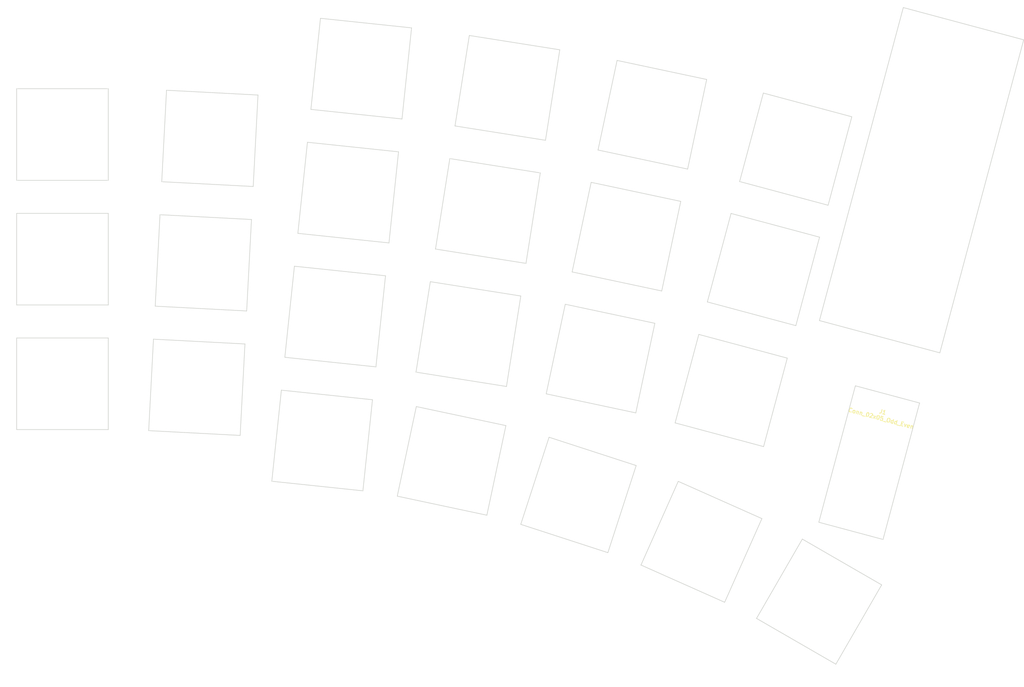
<source format=kicad_pcb>
(kicad_pcb (version 20171130) (host pcbnew 5.1.10)

  (general
    (thickness 1.6)
    (drawings 0)
    (tracks 0)
    (zones 0)
    (modules 25)
    (nets 1)
  )

  (page A4)
  (layers
    (0 F.Cu signal)
    (31 B.Cu signal)
    (32 B.Adhes user)
    (33 F.Adhes user)
    (34 B.Paste user)
    (35 F.Paste user)
    (36 B.SilkS user)
    (37 F.SilkS user)
    (38 B.Mask user)
    (39 F.Mask user)
    (40 Dwgs.User user hide)
    (41 Cmts.User user)
    (42 Eco1.User user)
    (43 Eco2.User user)
    (44 Edge.Cuts user)
    (45 Margin user)
    (46 B.CrtYd user)
    (47 F.CrtYd user)
    (48 B.Fab user)
    (49 F.Fab user)
  )

  (setup
    (last_trace_width 0.25)
    (trace_clearance 0.2)
    (zone_clearance 0.508)
    (zone_45_only no)
    (trace_min 0.2)
    (via_size 0.8)
    (via_drill 0.4)
    (via_min_size 0.4)
    (via_min_drill 0.3)
    (uvia_size 0.3)
    (uvia_drill 0.1)
    (uvias_allowed no)
    (uvia_min_size 0.2)
    (uvia_min_drill 0.1)
    (edge_width 0.05)
    (segment_width 0.2)
    (pcb_text_width 0.3)
    (pcb_text_size 1.5 1.5)
    (mod_edge_width 0.12)
    (mod_text_size 1 1)
    (mod_text_width 0.15)
    (pad_size 1.524 1.524)
    (pad_drill 0.762)
    (pad_to_mask_clearance 0)
    (aux_axis_origin 0 0)
    (visible_elements FFFFFF7F)
    (pcbplotparams
      (layerselection 0x01000_7ffffffe)
      (usegerberextensions false)
      (usegerberattributes true)
      (usegerberadvancedattributes true)
      (creategerberjobfile true)
      (excludeedgelayer true)
      (linewidth 0.100000)
      (plotframeref false)
      (viasonmask false)
      (mode 1)
      (useauxorigin false)
      (hpglpennumber 1)
      (hpglpenspeed 20)
      (hpglpendiameter 15.000000)
      (psnegative false)
      (psa4output false)
      (plotreference true)
      (plotvalue true)
      (plotinvisibletext false)
      (padsonsilk false)
      (subtractmaskfromsilk false)
      (outputformat 3)
      (mirror false)
      (drillshape 0)
      (scaleselection 1)
      (outputdirectory ""))
  )

  (net 0 "")

  (net_class Default "This is the default net class."
    (clearance 0.2)
    (trace_width 0.25)
    (via_dia 0.8)
    (via_drill 0.4)
    (uvia_dia 0.3)
    (uvia_drill 0.1)
  )

  (module footprints:hole-promicro (layer B.Cu) (tedit 60C75FAF) (tstamp 60BAC396)
    (at 138.5316 -51.1048 255)
    (path /60D4CA26)
    (fp_text reference U1 (at 0 -1.625 255) (layer B.SilkS) hide
      (effects (font (size 1.27 1.524) (thickness 0.2032)) (justify mirror))
    )
    (fp_text value ProMicro (at 0 0 255) (layer B.SilkS) hide
      (effects (font (size 1.27 1.524) (thickness 0.2032)) (justify mirror))
    )
    (fp_line (start -33.655 -9.525) (end -33.655 9.525) (layer Edge.Cuts) (width 0.1))
    (fp_line (start 15.875 -9.525) (end -33.655 -9.525) (layer Edge.Cuts) (width 0.1))
    (fp_line (start 15.875 9.525) (end 15.875 -9.525) (layer Edge.Cuts) (width 0.1))
    (fp_line (start -33.655 9.525) (end 15.875 9.525) (layer Edge.Cuts) (width 0.1))
  )

  (module rick-kicad-footprints:hole-switch (layer F.Cu) (tedit 5FB3AA25) (tstamp 60B8DE94)
    (at 125.1712 4.7244 330)
    (path /60BB6126)
    (fp_text reference switch23 (at 0 3.175 150) (layer F.SilkS) hide
      (effects (font (size 1.27 1.524) (thickness 0.2032)))
    )
    (fp_text value switch (at 0 5.08 150) (layer F.SilkS) hide
      (effects (font (size 1.27 1.524) (thickness 0.2032)))
    )
    (fp_line (start -9.5 -9.5) (end 9.5 -9.5) (layer Dwgs.User) (width 0.1))
    (fp_line (start 9.5 -9.5) (end 9.5 9.5) (layer Dwgs.User) (width 0.1))
    (fp_line (start 9.5 9.5) (end -9.5 9.5) (layer Dwgs.User) (width 0.1))
    (fp_line (start -9.5 9.5) (end -9.5 -9.5) (layer Dwgs.User) (width 0.1))
    (fp_line (start -7 -7) (end 7 -7) (layer Edge.Cuts) (width 0.1))
    (fp_line (start 7 -7) (end 7 7) (layer Edge.Cuts) (width 0.1))
    (fp_line (start 7 7) (end -7 7) (layer Edge.Cuts) (width 0.1))
    (fp_line (start -7 7) (end -7 -7) (layer Edge.Cuts) (width 0.1))
    (fp_text user 1.00u (at -5.715 8.255 150) (layer Dwgs.User)
      (effects (font (size 1.524 1.524) (thickness 0.3048)))
    )
  )

  (module rick-kicad-footprints:hole-switch (layer F.Cu) (tedit 5FB3AA25) (tstamp 60B8DE83)
    (at 107.188 -4.4196 336)
    (path /60BB60CB)
    (fp_text reference switch22 (at 0 3.175 156) (layer F.SilkS) hide
      (effects (font (size 1.27 1.524) (thickness 0.2032)))
    )
    (fp_text value switch (at 0 5.08 156) (layer F.SilkS) hide
      (effects (font (size 1.27 1.524) (thickness 0.2032)))
    )
    (fp_line (start -9.5 -9.5) (end 9.5 -9.5) (layer Dwgs.User) (width 0.1))
    (fp_line (start 9.5 -9.5) (end 9.5 9.5) (layer Dwgs.User) (width 0.1))
    (fp_line (start 9.5 9.5) (end -9.5 9.5) (layer Dwgs.User) (width 0.1))
    (fp_line (start -9.5 9.5) (end -9.5 -9.5) (layer Dwgs.User) (width 0.1))
    (fp_line (start -7 -7) (end 7 -7) (layer Edge.Cuts) (width 0.1))
    (fp_line (start 7 -7) (end 7 7) (layer Edge.Cuts) (width 0.1))
    (fp_line (start 7 7) (end -7 7) (layer Edge.Cuts) (width 0.1))
    (fp_line (start -7 7) (end -7 -7) (layer Edge.Cuts) (width 0.1))
    (fp_text user 1.00u (at -5.715 8.255 156) (layer Dwgs.User)
      (effects (font (size 1.524 1.524) (thickness 0.3048)))
    )
  )

  (module rick-kicad-footprints:hole-switch (layer F.Cu) (tedit 5FB3AA25) (tstamp 60B8DE72)
    (at 88.392 -11.5824 342)
    (path /60BA2950)
    (fp_text reference switch21 (at 0 3.175 162) (layer F.SilkS) hide
      (effects (font (size 1.27 1.524) (thickness 0.2032)))
    )
    (fp_text value switch (at 0 5.08 162) (layer F.SilkS) hide
      (effects (font (size 1.27 1.524) (thickness 0.2032)))
    )
    (fp_line (start -9.5 -9.5) (end 9.5 -9.5) (layer Dwgs.User) (width 0.1))
    (fp_line (start 9.5 -9.5) (end 9.5 9.5) (layer Dwgs.User) (width 0.1))
    (fp_line (start 9.5 9.5) (end -9.5 9.5) (layer Dwgs.User) (width 0.1))
    (fp_line (start -9.5 9.5) (end -9.5 -9.5) (layer Dwgs.User) (width 0.1))
    (fp_line (start -7 -7) (end 7 -7) (layer Edge.Cuts) (width 0.1))
    (fp_line (start 7 -7) (end 7 7) (layer Edge.Cuts) (width 0.1))
    (fp_line (start 7 7) (end -7 7) (layer Edge.Cuts) (width 0.1))
    (fp_line (start -7 7) (end -7 -7) (layer Edge.Cuts) (width 0.1))
    (fp_text user 1.00u (at -5.715 8.255 162) (layer Dwgs.User)
      (effects (font (size 1.524 1.524) (thickness 0.3048)))
    )
  )

  (module rick-kicad-footprints:hole-switch (layer F.Cu) (tedit 5FB3AA25) (tstamp 60B8DE61)
    (at 68.9991 -16.7894 348)
    (path /60BA28F5)
    (fp_text reference switch20 (at 0 3.175 168) (layer F.SilkS) hide
      (effects (font (size 1.27 1.524) (thickness 0.2032)))
    )
    (fp_text value switch (at 0 5.08 168) (layer F.SilkS) hide
      (effects (font (size 1.27 1.524) (thickness 0.2032)))
    )
    (fp_line (start -9.5 -9.5) (end 9.5 -9.5) (layer Dwgs.User) (width 0.1))
    (fp_line (start 9.5 -9.5) (end 9.5 9.5) (layer Dwgs.User) (width 0.1))
    (fp_line (start 9.5 9.5) (end -9.5 9.5) (layer Dwgs.User) (width 0.1))
    (fp_line (start -9.5 9.5) (end -9.5 -9.5) (layer Dwgs.User) (width 0.1))
    (fp_line (start -7 -7) (end 7 -7) (layer Edge.Cuts) (width 0.1))
    (fp_line (start 7 -7) (end 7 7) (layer Edge.Cuts) (width 0.1))
    (fp_line (start 7 7) (end -7 7) (layer Edge.Cuts) (width 0.1))
    (fp_line (start -7 7) (end -7 -7) (layer Edge.Cuts) (width 0.1))
    (fp_text user 1.00u (at -5.715 8.255 168) (layer Dwgs.User)
      (effects (font (size 1.524 1.524) (thickness 0.3048)))
    )
  )

  (module rick-kicad-footprints:hole-switch (layer F.Cu) (tedit 5FB3AA25) (tstamp 60B8DE50)
    (at 49.213615 -19.907187 354)
    (path /60B99E6F)
    (fp_text reference switch19 (at 0 3.175 174) (layer F.SilkS) hide
      (effects (font (size 1.27 1.524) (thickness 0.2032)))
    )
    (fp_text value switch (at 0 5.08 174) (layer F.SilkS) hide
      (effects (font (size 1.27 1.524) (thickness 0.2032)))
    )
    (fp_line (start -9.5 -9.5) (end 9.5 -9.5) (layer Dwgs.User) (width 0.1))
    (fp_line (start 9.5 -9.5) (end 9.5 9.5) (layer Dwgs.User) (width 0.1))
    (fp_line (start 9.5 9.5) (end -9.5 9.5) (layer Dwgs.User) (width 0.1))
    (fp_line (start -9.5 9.5) (end -9.5 -9.5) (layer Dwgs.User) (width 0.1))
    (fp_line (start -7 -7) (end 7 -7) (layer Edge.Cuts) (width 0.1))
    (fp_line (start 7 -7) (end 7 7) (layer Edge.Cuts) (width 0.1))
    (fp_line (start 7 7) (end -7 7) (layer Edge.Cuts) (width 0.1))
    (fp_line (start -7 7) (end -7 -7) (layer Edge.Cuts) (width 0.1))
    (fp_text user 1.00u (at -5.715 8.255 174) (layer Dwgs.User)
      (effects (font (size 1.524 1.524) (thickness 0.3048)))
    )
  )

  (module rick-kicad-footprints:hole-switch (layer F.Cu) (tedit 5FB3AA25) (tstamp 60B8DE3F)
    (at 111.736175 -27.5463 345)
    (path /60BB6110)
    (fp_text reference switch18 (at 0 3.175 165) (layer F.SilkS) hide
      (effects (font (size 1.27 1.524) (thickness 0.2032)))
    )
    (fp_text value switch (at 0 5.08 165) (layer F.SilkS) hide
      (effects (font (size 1.27 1.524) (thickness 0.2032)))
    )
    (fp_line (start -9.5 -9.5) (end 9.5 -9.5) (layer Dwgs.User) (width 0.1))
    (fp_line (start 9.5 -9.5) (end 9.5 9.5) (layer Dwgs.User) (width 0.1))
    (fp_line (start 9.5 9.5) (end -9.5 9.5) (layer Dwgs.User) (width 0.1))
    (fp_line (start -9.5 9.5) (end -9.5 -9.5) (layer Dwgs.User) (width 0.1))
    (fp_line (start -7 -7) (end 7 -7) (layer Edge.Cuts) (width 0.1))
    (fp_line (start 7 -7) (end 7 7) (layer Edge.Cuts) (width 0.1))
    (fp_line (start 7 7) (end -7 7) (layer Edge.Cuts) (width 0.1))
    (fp_line (start -7 7) (end -7 -7) (layer Edge.Cuts) (width 0.1))
    (fp_text user 1.00u (at -5.715 8.255 165) (layer Dwgs.User)
      (effects (font (size 1.524 1.524) (thickness 0.3048)))
    )
  )

  (module rick-kicad-footprints:hole-switch (layer F.Cu) (tedit 5FB3AA25) (tstamp 60B8DE2E)
    (at 91.764197 -32.428865 348)
    (path /60BB60B5)
    (fp_text reference switch17 (at 0 3.175 168) (layer F.SilkS) hide
      (effects (font (size 1.27 1.524) (thickness 0.2032)))
    )
    (fp_text value switch (at 0 5.08 168) (layer F.SilkS) hide
      (effects (font (size 1.27 1.524) (thickness 0.2032)))
    )
    (fp_line (start -9.5 -9.5) (end 9.5 -9.5) (layer Dwgs.User) (width 0.1))
    (fp_line (start 9.5 -9.5) (end 9.5 9.5) (layer Dwgs.User) (width 0.1))
    (fp_line (start 9.5 9.5) (end -9.5 9.5) (layer Dwgs.User) (width 0.1))
    (fp_line (start -9.5 9.5) (end -9.5 -9.5) (layer Dwgs.User) (width 0.1))
    (fp_line (start -7 -7) (end 7 -7) (layer Edge.Cuts) (width 0.1))
    (fp_line (start 7 -7) (end 7 7) (layer Edge.Cuts) (width 0.1))
    (fp_line (start 7 7) (end -7 7) (layer Edge.Cuts) (width 0.1))
    (fp_line (start -7 7) (end -7 -7) (layer Edge.Cuts) (width 0.1))
    (fp_text user 1.00u (at -5.715 8.255 168) (layer Dwgs.User)
      (effects (font (size 1.524 1.524) (thickness 0.3048)))
    )
  )

  (module rick-kicad-footprints:hole-switch (layer F.Cu) (tedit 5FB3AA25) (tstamp 60B8DE1D)
    (at 71.568648 -36.171889 351)
    (path /60BA293A)
    (fp_text reference switch16 (at 0 3.175 171) (layer F.SilkS) hide
      (effects (font (size 1.27 1.524) (thickness 0.2032)))
    )
    (fp_text value switch (at 0 5.08 171) (layer F.SilkS) hide
      (effects (font (size 1.27 1.524) (thickness 0.2032)))
    )
    (fp_line (start -9.5 -9.5) (end 9.5 -9.5) (layer Dwgs.User) (width 0.1))
    (fp_line (start 9.5 -9.5) (end 9.5 9.5) (layer Dwgs.User) (width 0.1))
    (fp_line (start 9.5 9.5) (end -9.5 9.5) (layer Dwgs.User) (width 0.1))
    (fp_line (start -9.5 9.5) (end -9.5 -9.5) (layer Dwgs.User) (width 0.1))
    (fp_line (start -7 -7) (end 7 -7) (layer Edge.Cuts) (width 0.1))
    (fp_line (start 7 -7) (end 7 7) (layer Edge.Cuts) (width 0.1))
    (fp_line (start 7 7) (end -7 7) (layer Edge.Cuts) (width 0.1))
    (fp_line (start -7 7) (end -7 -7) (layer Edge.Cuts) (width 0.1))
    (fp_text user 1.00u (at -5.715 8.255 171) (layer Dwgs.User)
      (effects (font (size 1.524 1.524) (thickness 0.3048)))
    )
  )

  (module rick-kicad-footprints:hole-switch (layer F.Cu) (tedit 5FB3AA25) (tstamp 60B8DE0C)
    (at 51.204882 -38.85283 354)
    (path /60BA28DF)
    (fp_text reference switch15 (at 0 3.175 174) (layer F.SilkS) hide
      (effects (font (size 1.27 1.524) (thickness 0.2032)))
    )
    (fp_text value switch (at 0 5.08 174) (layer F.SilkS) hide
      (effects (font (size 1.27 1.524) (thickness 0.2032)))
    )
    (fp_line (start -9.5 -9.5) (end 9.5 -9.5) (layer Dwgs.User) (width 0.1))
    (fp_line (start 9.5 -9.5) (end 9.5 9.5) (layer Dwgs.User) (width 0.1))
    (fp_line (start 9.5 9.5) (end -9.5 9.5) (layer Dwgs.User) (width 0.1))
    (fp_line (start -9.5 9.5) (end -9.5 -9.5) (layer Dwgs.User) (width 0.1))
    (fp_line (start -7 -7) (end 7 -7) (layer Edge.Cuts) (width 0.1))
    (fp_line (start 7 -7) (end 7 7) (layer Edge.Cuts) (width 0.1))
    (fp_line (start 7 7) (end -7 7) (layer Edge.Cuts) (width 0.1))
    (fp_line (start -7 7) (end -7 -7) (layer Edge.Cuts) (width 0.1))
    (fp_text user 1.00u (at -5.715 8.255 174) (layer Dwgs.User)
      (effects (font (size 1.524 1.524) (thickness 0.3048)))
    )
  )

  (module rick-kicad-footprints:hole-switch (layer F.Cu) (tedit 5FB3AA25) (tstamp 60B8DDFB)
    (at 30.057446 -28.037339 357)
    (path /60B99E59)
    (fp_text reference switch14 (at 0 3.175 177) (layer F.SilkS) hide
      (effects (font (size 1.27 1.524) (thickness 0.2032)))
    )
    (fp_text value switch (at 0 5.08 177) (layer F.SilkS) hide
      (effects (font (size 1.27 1.524) (thickness 0.2032)))
    )
    (fp_line (start -9.5 -9.5) (end 9.5 -9.5) (layer Dwgs.User) (width 0.1))
    (fp_line (start 9.5 -9.5) (end 9.5 9.5) (layer Dwgs.User) (width 0.1))
    (fp_line (start 9.5 9.5) (end -9.5 9.5) (layer Dwgs.User) (width 0.1))
    (fp_line (start -9.5 9.5) (end -9.5 -9.5) (layer Dwgs.User) (width 0.1))
    (fp_line (start -7 -7) (end 7 -7) (layer Edge.Cuts) (width 0.1))
    (fp_line (start 7 -7) (end 7 7) (layer Edge.Cuts) (width 0.1))
    (fp_line (start 7 7) (end -7 7) (layer Edge.Cuts) (width 0.1))
    (fp_line (start -7 7) (end -7 -7) (layer Edge.Cuts) (width 0.1))
    (fp_text user 1.00u (at -5.715 8.255 177) (layer Dwgs.User)
      (effects (font (size 1.524 1.524) (thickness 0.3048)))
    )
  )

  (module rick-kicad-footprints:hole-switch (layer F.Cu) (tedit 5FB3AA25) (tstamp 60B8DDEA)
    (at 9.525 -28.575)
    (path /60B8F9ED)
    (fp_text reference switch13 (at 0 3.175) (layer F.SilkS) hide
      (effects (font (size 1.27 1.524) (thickness 0.2032)))
    )
    (fp_text value switch (at 0 5.08) (layer F.SilkS) hide
      (effects (font (size 1.27 1.524) (thickness 0.2032)))
    )
    (fp_line (start -9.5 -9.5) (end 9.5 -9.5) (layer Dwgs.User) (width 0.1))
    (fp_line (start 9.5 -9.5) (end 9.5 9.5) (layer Dwgs.User) (width 0.1))
    (fp_line (start 9.5 9.5) (end -9.5 9.5) (layer Dwgs.User) (width 0.1))
    (fp_line (start -9.5 9.5) (end -9.5 -9.5) (layer Dwgs.User) (width 0.1))
    (fp_line (start -7 -7) (end 7 -7) (layer Edge.Cuts) (width 0.1))
    (fp_line (start 7 -7) (end 7 7) (layer Edge.Cuts) (width 0.1))
    (fp_line (start 7 7) (end -7 7) (layer Edge.Cuts) (width 0.1))
    (fp_line (start -7 7) (end -7 -7) (layer Edge.Cuts) (width 0.1))
    (fp_text user 1.00u (at -5.715 8.255) (layer Dwgs.User)
      (effects (font (size 1.524 1.524) (thickness 0.3048)))
    )
  )

  (module rick-kicad-footprints:hole-switch (layer F.Cu) (tedit 5FB3AA25) (tstamp 60B8DDD9)
    (at 116.666678 -46.034904 345)
    (path /60BB60F9)
    (fp_text reference switch12 (at 0 3.175 165) (layer F.SilkS) hide
      (effects (font (size 1.27 1.524) (thickness 0.2032)))
    )
    (fp_text value switch (at 0 5.08 165) (layer F.SilkS) hide
      (effects (font (size 1.27 1.524) (thickness 0.2032)))
    )
    (fp_line (start -9.5 -9.5) (end 9.5 -9.5) (layer Dwgs.User) (width 0.1))
    (fp_line (start 9.5 -9.5) (end 9.5 9.5) (layer Dwgs.User) (width 0.1))
    (fp_line (start 9.5 9.5) (end -9.5 9.5) (layer Dwgs.User) (width 0.1))
    (fp_line (start -9.5 9.5) (end -9.5 -9.5) (layer Dwgs.User) (width 0.1))
    (fp_line (start -7 -7) (end 7 -7) (layer Edge.Cuts) (width 0.1))
    (fp_line (start 7 -7) (end 7 7) (layer Edge.Cuts) (width 0.1))
    (fp_line (start 7 7) (end -7 7) (layer Edge.Cuts) (width 0.1))
    (fp_line (start -7 7) (end -7 -7) (layer Edge.Cuts) (width 0.1))
    (fp_text user 1.00u (at -5.715 8.255 165) (layer Dwgs.User)
      (effects (font (size 1.524 1.524) (thickness 0.3048)))
    )
  )

  (module rick-kicad-footprints:hole-switch (layer F.Cu) (tedit 5FB3AA25) (tstamp 60B8DDC8)
    (at 95.724915 -51.062577 348)
    (path /60BB609E)
    (fp_text reference switch11 (at 0 3.175 168) (layer F.SilkS) hide
      (effects (font (size 1.27 1.524) (thickness 0.2032)))
    )
    (fp_text value switch (at 0 5.08 168) (layer F.SilkS) hide
      (effects (font (size 1.27 1.524) (thickness 0.2032)))
    )
    (fp_line (start -9.5 -9.5) (end 9.5 -9.5) (layer Dwgs.User) (width 0.1))
    (fp_line (start 9.5 -9.5) (end 9.5 9.5) (layer Dwgs.User) (width 0.1))
    (fp_line (start 9.5 9.5) (end -9.5 9.5) (layer Dwgs.User) (width 0.1))
    (fp_line (start -9.5 9.5) (end -9.5 -9.5) (layer Dwgs.User) (width 0.1))
    (fp_line (start -7 -7) (end 7 -7) (layer Edge.Cuts) (width 0.1))
    (fp_line (start 7 -7) (end 7 7) (layer Edge.Cuts) (width 0.1))
    (fp_line (start 7 7) (end -7 7) (layer Edge.Cuts) (width 0.1))
    (fp_line (start -7 7) (end -7 -7) (layer Edge.Cuts) (width 0.1))
    (fp_text user 1.00u (at -5.715 8.255 168) (layer Dwgs.User)
      (effects (font (size 1.524 1.524) (thickness 0.3048)))
    )
  )

  (module rick-kicad-footprints:hole-switch (layer F.Cu) (tedit 5FB3AA25) (tstamp 60B8DDB7)
    (at 74.548724 -54.987351 351)
    (path /60BA2923)
    (fp_text reference switch10 (at 0 3.175 171) (layer F.SilkS) hide
      (effects (font (size 1.27 1.524) (thickness 0.2032)))
    )
    (fp_text value switch (at 0 5.08 171) (layer F.SilkS) hide
      (effects (font (size 1.27 1.524) (thickness 0.2032)))
    )
    (fp_line (start -9.5 -9.5) (end 9.5 -9.5) (layer Dwgs.User) (width 0.1))
    (fp_line (start 9.5 -9.5) (end 9.5 9.5) (layer Dwgs.User) (width 0.1))
    (fp_line (start 9.5 9.5) (end -9.5 9.5) (layer Dwgs.User) (width 0.1))
    (fp_line (start -9.5 9.5) (end -9.5 -9.5) (layer Dwgs.User) (width 0.1))
    (fp_line (start -7 -7) (end 7 -7) (layer Edge.Cuts) (width 0.1))
    (fp_line (start 7 -7) (end 7 7) (layer Edge.Cuts) (width 0.1))
    (fp_line (start 7 7) (end -7 7) (layer Edge.Cuts) (width 0.1))
    (fp_line (start -7 7) (end -7 -7) (layer Edge.Cuts) (width 0.1))
    (fp_text user 1.00u (at -5.715 8.255 171) (layer Dwgs.User)
      (effects (font (size 1.524 1.524) (thickness 0.3048)))
    )
  )

  (module rick-kicad-footprints:hole-switch (layer F.Cu) (tedit 5FB3AA25) (tstamp 60B97B1D)
    (at 53.196149 -57.798472 354)
    (path /60BA28C8)
    (fp_text reference switch9 (at 0 3.175 174) (layer F.SilkS) hide
      (effects (font (size 1.27 1.524) (thickness 0.2032)))
    )
    (fp_text value switch (at 0 5.08 174) (layer F.SilkS) hide
      (effects (font (size 1.27 1.524) (thickness 0.2032)))
    )
    (fp_line (start -9.5 -9.5) (end 9.5 -9.5) (layer Dwgs.User) (width 0.1))
    (fp_line (start 9.5 -9.5) (end 9.5 9.5) (layer Dwgs.User) (width 0.1))
    (fp_line (start 9.5 9.5) (end -9.5 9.5) (layer Dwgs.User) (width 0.1))
    (fp_line (start -9.5 9.5) (end -9.5 -9.5) (layer Dwgs.User) (width 0.1))
    (fp_line (start -7 -7) (end 7 -7) (layer Edge.Cuts) (width 0.1))
    (fp_line (start 7 -7) (end 7 7) (layer Edge.Cuts) (width 0.1))
    (fp_line (start 7 7) (end -7 7) (layer Edge.Cuts) (width 0.1))
    (fp_line (start -7 7) (end -7 -7) (layer Edge.Cuts) (width 0.1))
    (fp_text user 1.00u (at -5.715 8.255 174) (layer Dwgs.User)
      (effects (font (size 1.524 1.524) (thickness 0.3048)))
    )
  )

  (module rick-kicad-footprints:hole-switch (layer F.Cu) (tedit 5FB3AA25) (tstamp 60B8DD95)
    (at 31.054446 -47.061232 357)
    (path /60B99E42)
    (fp_text reference switch8 (at 0 3.175 177) (layer F.SilkS) hide
      (effects (font (size 1.27 1.524) (thickness 0.2032)))
    )
    (fp_text value switch (at 0 5.08 177) (layer F.SilkS) hide
      (effects (font (size 1.27 1.524) (thickness 0.2032)))
    )
    (fp_line (start -9.5 -9.5) (end 9.5 -9.5) (layer Dwgs.User) (width 0.1))
    (fp_line (start 9.5 -9.5) (end 9.5 9.5) (layer Dwgs.User) (width 0.1))
    (fp_line (start 9.5 9.5) (end -9.5 9.5) (layer Dwgs.User) (width 0.1))
    (fp_line (start -9.5 9.5) (end -9.5 -9.5) (layer Dwgs.User) (width 0.1))
    (fp_line (start -7 -7) (end 7 -7) (layer Edge.Cuts) (width 0.1))
    (fp_line (start 7 -7) (end 7 7) (layer Edge.Cuts) (width 0.1))
    (fp_line (start 7 7) (end -7 7) (layer Edge.Cuts) (width 0.1))
    (fp_line (start -7 7) (end -7 -7) (layer Edge.Cuts) (width 0.1))
    (fp_text user 1.00u (at -5.715 8.255 177) (layer Dwgs.User)
      (effects (font (size 1.524 1.524) (thickness 0.3048)))
    )
  )

  (module rick-kicad-footprints:hole-switch (layer F.Cu) (tedit 5FB3AA25) (tstamp 60B8DD84)
    (at 9.525 -47.625)
    (path /60B8E3BE)
    (fp_text reference switch7 (at 0 3.175) (layer F.SilkS) hide
      (effects (font (size 1.27 1.524) (thickness 0.2032)))
    )
    (fp_text value switch (at 0 5.08) (layer F.SilkS) hide
      (effects (font (size 1.27 1.524) (thickness 0.2032)))
    )
    (fp_line (start -9.5 -9.5) (end 9.5 -9.5) (layer Dwgs.User) (width 0.1))
    (fp_line (start 9.5 -9.5) (end 9.5 9.5) (layer Dwgs.User) (width 0.1))
    (fp_line (start 9.5 9.5) (end -9.5 9.5) (layer Dwgs.User) (width 0.1))
    (fp_line (start -9.5 9.5) (end -9.5 -9.5) (layer Dwgs.User) (width 0.1))
    (fp_line (start -7 -7) (end 7 -7) (layer Edge.Cuts) (width 0.1))
    (fp_line (start 7 -7) (end 7 7) (layer Edge.Cuts) (width 0.1))
    (fp_line (start 7 7) (end -7 7) (layer Edge.Cuts) (width 0.1))
    (fp_line (start -7 7) (end -7 -7) (layer Edge.Cuts) (width 0.1))
    (fp_text user 1.00u (at -5.715 8.255) (layer Dwgs.User)
      (effects (font (size 1.524 1.524) (thickness 0.3048)))
    )
  )

  (module rick-kicad-footprints:hole-switch (layer F.Cu) (tedit 5FB3AA25) (tstamp 60B8DD73)
    (at 121.59718 -64.435791 345)
    (path /60BB60E3)
    (fp_text reference switch6 (at 0 3.175 165) (layer F.SilkS) hide
      (effects (font (size 1.27 1.524) (thickness 0.2032)))
    )
    (fp_text value switch (at 0 5.08 165) (layer F.SilkS) hide
      (effects (font (size 1.27 1.524) (thickness 0.2032)))
    )
    (fp_line (start -9.5 -9.5) (end 9.5 -9.5) (layer Dwgs.User) (width 0.1))
    (fp_line (start 9.5 -9.5) (end 9.5 9.5) (layer Dwgs.User) (width 0.1))
    (fp_line (start 9.5 9.5) (end -9.5 9.5) (layer Dwgs.User) (width 0.1))
    (fp_line (start -9.5 9.5) (end -9.5 -9.5) (layer Dwgs.User) (width 0.1))
    (fp_line (start -7 -7) (end 7 -7) (layer Edge.Cuts) (width 0.1))
    (fp_line (start 7 -7) (end 7 7) (layer Edge.Cuts) (width 0.1))
    (fp_line (start 7 7) (end -7 7) (layer Edge.Cuts) (width 0.1))
    (fp_line (start -7 7) (end -7 -7) (layer Edge.Cuts) (width 0.1))
    (fp_text user 1.00u (at -5.715 8.255 165) (layer Dwgs.User)
      (effects (font (size 1.524 1.524) (thickness 0.3048)))
    )
  )

  (module rick-kicad-footprints:hole-switch (layer F.Cu) (tedit 5FB3AA25) (tstamp 60B8DD62)
    (at 99.685633 -69.696288 348)
    (path /60BB5E3A)
    (fp_text reference switch5 (at 0 3.175 168) (layer F.SilkS) hide
      (effects (font (size 1.27 1.524) (thickness 0.2032)))
    )
    (fp_text value switch (at 0 5.08 168) (layer F.SilkS) hide
      (effects (font (size 1.27 1.524) (thickness 0.2032)))
    )
    (fp_line (start -9.5 -9.5) (end 9.5 -9.5) (layer Dwgs.User) (width 0.1))
    (fp_line (start 9.5 -9.5) (end 9.5 9.5) (layer Dwgs.User) (width 0.1))
    (fp_line (start 9.5 9.5) (end -9.5 9.5) (layer Dwgs.User) (width 0.1))
    (fp_line (start -9.5 9.5) (end -9.5 -9.5) (layer Dwgs.User) (width 0.1))
    (fp_line (start -7 -7) (end 7 -7) (layer Edge.Cuts) (width 0.1))
    (fp_line (start 7 -7) (end 7 7) (layer Edge.Cuts) (width 0.1))
    (fp_line (start 7 7) (end -7 7) (layer Edge.Cuts) (width 0.1))
    (fp_line (start -7 7) (end -7 -7) (layer Edge.Cuts) (width 0.1))
    (fp_text user 1.00u (at -5.715 8.255 168) (layer Dwgs.User)
      (effects (font (size 1.524 1.524) (thickness 0.3048)))
    )
  )

  (module rick-kicad-footprints:hole-switch (layer F.Cu) (tedit 5FB3AA25) (tstamp 60B8DD51)
    (at 77.528801 -73.802815 351)
    (path /60BA290D)
    (fp_text reference switch4 (at 0 3.175 171) (layer F.SilkS) hide
      (effects (font (size 1.27 1.524) (thickness 0.2032)))
    )
    (fp_text value switch (at 0 5.08 171) (layer F.SilkS) hide
      (effects (font (size 1.27 1.524) (thickness 0.2032)))
    )
    (fp_line (start -9.5 -9.5) (end 9.5 -9.5) (layer Dwgs.User) (width 0.1))
    (fp_line (start 9.5 -9.5) (end 9.5 9.5) (layer Dwgs.User) (width 0.1))
    (fp_line (start 9.5 9.5) (end -9.5 9.5) (layer Dwgs.User) (width 0.1))
    (fp_line (start -9.5 9.5) (end -9.5 -9.5) (layer Dwgs.User) (width 0.1))
    (fp_line (start -7 -7) (end 7 -7) (layer Edge.Cuts) (width 0.1))
    (fp_line (start 7 -7) (end 7 7) (layer Edge.Cuts) (width 0.1))
    (fp_line (start 7 7) (end -7 7) (layer Edge.Cuts) (width 0.1))
    (fp_line (start -7 7) (end -7 -7) (layer Edge.Cuts) (width 0.1))
    (fp_text user 1.00u (at -5.715 8.255 171) (layer Dwgs.User)
      (effects (font (size 1.524 1.524) (thickness 0.3048)))
    )
  )

  (module rick-kicad-footprints:hole-switch (layer F.Cu) (tedit 5FB3AA25) (tstamp 60B8DD40)
    (at 55.187416 -76.744114 354)
    (path /60BA2784)
    (fp_text reference switch3 (at 0 3.175 174) (layer F.SilkS) hide
      (effects (font (size 1.27 1.524) (thickness 0.2032)))
    )
    (fp_text value switch (at 0 5.08 174) (layer F.SilkS) hide
      (effects (font (size 1.27 1.524) (thickness 0.2032)))
    )
    (fp_line (start -9.5 -9.5) (end 9.5 -9.5) (layer Dwgs.User) (width 0.1))
    (fp_line (start 9.5 -9.5) (end 9.5 9.5) (layer Dwgs.User) (width 0.1))
    (fp_line (start 9.5 9.5) (end -9.5 9.5) (layer Dwgs.User) (width 0.1))
    (fp_line (start -9.5 9.5) (end -9.5 -9.5) (layer Dwgs.User) (width 0.1))
    (fp_line (start -7 -7) (end 7 -7) (layer Edge.Cuts) (width 0.1))
    (fp_line (start 7 -7) (end 7 7) (layer Edge.Cuts) (width 0.1))
    (fp_line (start 7 7) (end -7 7) (layer Edge.Cuts) (width 0.1))
    (fp_line (start -7 7) (end -7 -7) (layer Edge.Cuts) (width 0.1))
    (fp_text user 1.00u (at -5.715 8.255 174) (layer Dwgs.User)
      (effects (font (size 1.524 1.524) (thickness 0.3048)))
    )
  )

  (module rick-kicad-footprints:hole-switch (layer F.Cu) (tedit 5FB3AA25) (tstamp 60B8DD2F)
    (at 32.051446 -66.085124 357)
    (path /60B99DAE)
    (fp_text reference switch2 (at 0 3.175 177) (layer F.SilkS) hide
      (effects (font (size 1.27 1.524) (thickness 0.2032)))
    )
    (fp_text value switch (at 0 5.08 177) (layer F.SilkS) hide
      (effects (font (size 1.27 1.524) (thickness 0.2032)))
    )
    (fp_line (start -9.5 -9.5) (end 9.5 -9.5) (layer Dwgs.User) (width 0.1))
    (fp_line (start 9.5 -9.5) (end 9.5 9.5) (layer Dwgs.User) (width 0.1))
    (fp_line (start 9.5 9.5) (end -9.5 9.5) (layer Dwgs.User) (width 0.1))
    (fp_line (start -9.5 9.5) (end -9.5 -9.5) (layer Dwgs.User) (width 0.1))
    (fp_line (start -7 -7) (end 7 -7) (layer Edge.Cuts) (width 0.1))
    (fp_line (start 7 -7) (end 7 7) (layer Edge.Cuts) (width 0.1))
    (fp_line (start 7 7) (end -7 7) (layer Edge.Cuts) (width 0.1))
    (fp_line (start -7 7) (end -7 -7) (layer Edge.Cuts) (width 0.1))
    (fp_text user 1.00u (at -5.715 8.255 177) (layer Dwgs.User)
      (effects (font (size 1.524 1.524) (thickness 0.3048)))
    )
  )

  (module rick-kicad-footprints:hole-switch (layer F.Cu) (tedit 5FB3AA25) (tstamp 60B943D4)
    (at 9.525 -66.675)
    (path /60B8BDD8)
    (fp_text reference switch1 (at 0 3.175) (layer F.SilkS) hide
      (effects (font (size 1.27 1.524) (thickness 0.2032)))
    )
    (fp_text value switch (at 0 5.08) (layer F.SilkS) hide
      (effects (font (size 1.27 1.524) (thickness 0.2032)))
    )
    (fp_line (start -9.5 -9.5) (end 9.5 -9.5) (layer Dwgs.User) (width 0.1))
    (fp_line (start 9.5 -9.5) (end 9.5 9.5) (layer Dwgs.User) (width 0.1))
    (fp_line (start 9.5 9.5) (end -9.5 9.5) (layer Dwgs.User) (width 0.1))
    (fp_line (start -9.5 9.5) (end -9.5 -9.5) (layer Dwgs.User) (width 0.1))
    (fp_line (start -7 -7) (end 7 -7) (layer Edge.Cuts) (width 0.1))
    (fp_line (start 7 -7) (end 7 7) (layer Edge.Cuts) (width 0.1))
    (fp_line (start 7 7) (end -7 7) (layer Edge.Cuts) (width 0.1))
    (fp_line (start -7 7) (end -7 -7) (layer Edge.Cuts) (width 0.1))
    (fp_text user 1.00u (at -5.715 8.255) (layer Dwgs.User)
      (effects (font (size 1.524 1.524) (thickness 0.3048)))
    )
  )

  (module footprints:hole-connector-shrouded (layer F.Cu) (tedit 60C76010) (tstamp 60BB341B)
    (at 132.8293 -16.5227 345)
    (path /60D54027)
    (fp_text reference J1 (at 0 -8 165) (layer F.SilkS)
      (effects (font (size 0.6096 0.6096) (thickness 0.127)))
    )
    (fp_text value Conn_02x05_Odd_Even (at 0 -7 165) (layer F.SilkS)
      (effects (font (size 0.6096 0.6096) (thickness 0.127)))
    )
    (fp_line (start -5.08 10.795) (end -5.08 -10.795) (layer Edge.Cuts) (width 0.1))
    (fp_line (start 5.08 10.795) (end -5.08 10.795) (layer Edge.Cuts) (width 0.1))
    (fp_line (start 5.08 -10.795) (end 5.08 10.795) (layer Edge.Cuts) (width 0.1))
    (fp_line (start -5.08 -10.795) (end 5.08 -10.795) (layer Edge.Cuts) (width 0.1))
  )

)

</source>
